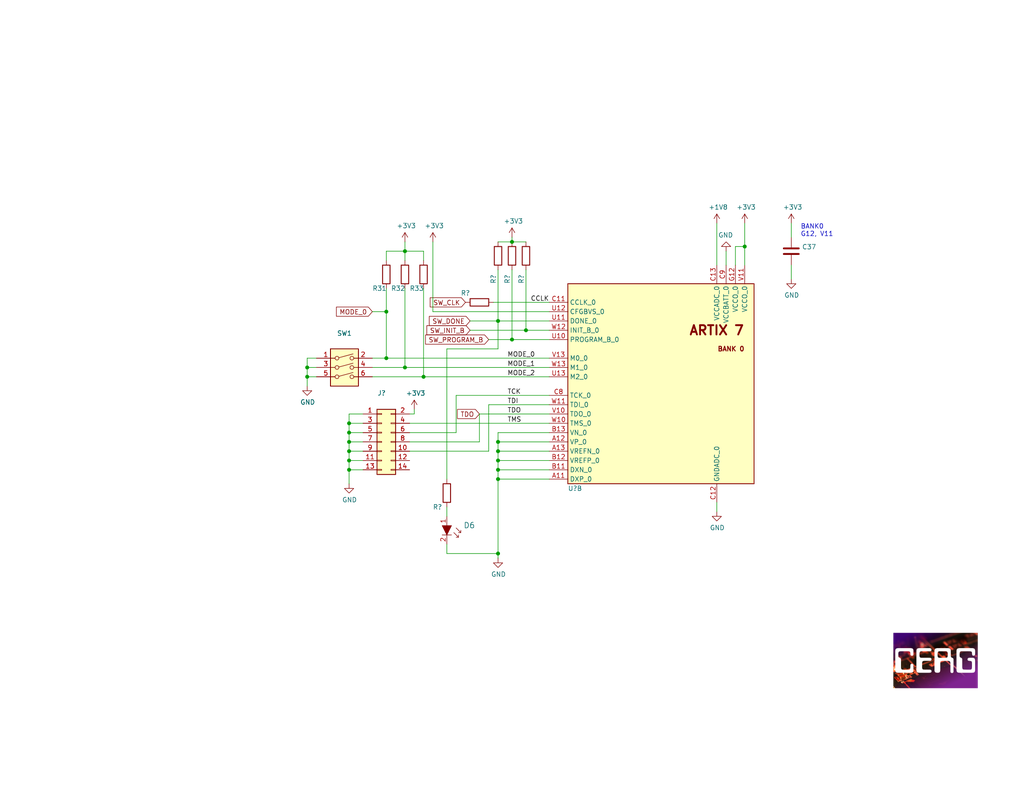
<source format=kicad_sch>
(kicad_sch (version 20211123) (generator eeschema)
  (paper "USLetter")
  (title_block (title "FOBOS ARTIX7-A12T-CPG238 DUT - FPGA Programming") (date "2020-07-28") (rev "1.0") (company "Cryptographic Engineering Research Group") (comment 1 "License: Apache License Version 2.0") (comment 2 "Copyright © Cryptographic Engineering Research Group") (comment 3 "Author: Jens-Peter Kaps, Eddie Ferrufino") (comment 4 "Project: FOBOS Artix-7 a12t DUT"))
  (lib_symbols
    (symbol "Connector_Generic:Conn_02x07_Odd_Even" (pin_names (offset 1.016) hide)
      (property "Reference" "J" (at 1.27 10.16 0))
      (property "Value" "Conn_02x07_Odd_Even" (at 1.27 -10.16 0))
      (symbol "Conn_02x07_Odd_Even_1_1"
        (rectangle (start -1.27 -7.493) (end 0 -7.747) (stroke (width 0.1524)))
        (rectangle (start -1.27 -4.953) (end 0 -5.207) (stroke (width 0.1524)))
        (rectangle (start -1.27 -2.413) (end 0 -2.667) (stroke (width 0.1524)))
        (rectangle (start -1.27 0.127) (end 0 -0.127) (stroke (width 0.1524)))
        (rectangle (start -1.27 2.667) (end 0 2.413) (stroke (width 0.1524)))
        (rectangle (start -1.27 5.207) (end 0 4.953) (stroke (width 0.1524)))
        (rectangle (start -1.27 7.747) (end 0 7.493) (stroke (width 0.1524)))
        (rectangle (start -1.27 8.89) (end 3.81 -8.89) (stroke (width 0.254)) (fill (type background)))
        (rectangle (start 3.81 -7.493) (end 2.54 -7.747) (stroke (width 0.1524)))
        (rectangle (start 3.81 -4.953) (end 2.54 -5.207) (stroke (width 0.1524)))
        (rectangle (start 3.81 -2.413) (end 2.54 -2.667) (stroke (width 0.1524)))
        (rectangle (start 3.81 0.127) (end 2.54 -0.127) (stroke (width 0.1524)))
        (rectangle (start 3.81 2.667) (end 2.54 2.413) (stroke (width 0.1524)))
        (rectangle (start 3.81 5.207) (end 2.54 4.953) (stroke (width 0.1524)))
        (rectangle (start 3.81 7.747) (end 2.54 7.493) (stroke (width 0.1524)))
        (pin passive line (at -5.08 7.62 0) (length 3.81) (name "Pin_1") (number "1"))
        (pin passive line (at 7.62 -2.54 180) (length 3.81) (name "Pin_10") (number "10"))
        (pin passive line (at -5.08 -5.08 0) (length 3.81) (name "Pin_11") (number "11"))
        (pin passive line (at 7.62 -5.08 180) (length 3.81) (name "Pin_12") (number "12"))
        (pin passive line (at -5.08 -7.62 0) (length 3.81) (name "Pin_13") (number "13"))
        (pin passive line (at 7.62 -7.62 180) (length 3.81) (name "Pin_14") (number "14"))
        (pin passive line (at 7.62 7.62 180) (length 3.81) (name "Pin_2") (number "2"))
        (pin passive line (at -5.08 5.08 0) (length 3.81) (name "Pin_3") (number "3"))
        (pin passive line (at 7.62 5.08 180) (length 3.81) (name "Pin_4") (number "4"))
        (pin passive line (at -5.08 2.54 0) (length 3.81) (name "Pin_5") (number "5"))
        (pin passive line (at 7.62 2.54 180) (length 3.81) (name "Pin_6") (number "6"))
        (pin passive line (at -5.08 0 0) (length 3.81) (name "Pin_7") (number "7"))
        (pin passive line (at 7.62 0 180) (length 3.81) (name "Pin_8") (number "8"))
        (pin passive line (at -5.08 -2.54 0) (length 3.81) (name "Pin_9") (number "9"))
      )
    )
    (symbol "Device:C" (pin_numbers hide) (pin_names (offset 0.254))
      (property "Reference" "C" (at 0.635 2.54 0))
      (property "Value" "C" (at 0.635 -2.54 0))
      (symbol "C_0_1"
        (polyline (pts (xy -2.032 -0.762) (xy 2.032 -0.762)) (stroke (width 0.508)))
        (polyline (pts (xy -2.032 0.762) (xy 2.032 0.762)) (stroke (width 0.508)))
      )
      (symbol "C_1_1"
        (pin passive line (at 0 3.81 270) (length 2.794) (name "~") (number "1"))
        (pin passive line (at 0 -3.81 90) (length 2.794) (name "~") (number "2"))
      )
    )
    (symbol "Device:R" (pin_numbers hide) (pin_names (offset 0))
      (property "Reference" "R" (at 2.032 0 90))
      (property "Value" "R" (at 0 0 90))
      (symbol "R_0_1"
        (rectangle (start -1.016 -2.54) (end 1.016 2.54) (stroke (width 0.254)))
      )
      (symbol "R_1_1"
        (pin passive line (at 0 3.81 270) (length 1.27) (name "~") (number "1"))
        (pin passive line (at 0 -3.81 90) (length 1.27) (name "~") (number "2"))
      )
    )
    (symbol "cerg:LG_L29K-G2J1-24-Z" (pin_names (offset 0))
      (property "Reference" "D" (at -5.08 3.81 0))
      (property "Value" "LG_L29K-G2J1-24-Z" (at 0 -3.81 0))
      (symbol "LG_L29K-G2J1-24-Z_0_1"
        (polyline (pts (xy -0.635 3.81) (xy -1.905 2.54)))
        (polyline (pts (xy 0 1.27) (xy 0 -1.27)))
        (polyline (pts (xy 0.635 3.175) (xy -0.635 1.905)))
        (polyline (pts (xy -1.27 3.81) (xy -0.635 3.81) (xy -0.635 3.175)))
        (polyline (pts (xy 0 3.175) (xy 0.635 3.175) (xy 0.635 2.54)))
        (polyline (pts (xy -2.54 1.27) (xy -2.54 -1.27) (xy 0 0) (xy -2.54 1.27)) (fill (type outline)))
      )
      (symbol "LG_L29K-G2J1-24-Z_1_1"
        (pin passive line (at -5.08 0 0) (length 2.54) (name "~") (number "1"))
        (pin passive line (at 2.54 0 180) (length 2.54) (name "~") (number "2"))
      )
    )
    (symbol "cerg:SW_DIP_x03" (pin_names (offset 0) hide)
      (property "Reference" "SW" (at 0 8.89 0))
      (property "Value" "SW_DIP_x03" (at 0 -3.81 0))
      (property "MPN" "DS04-254-2-03BK-SMT" (at 0 0 0))
      (symbol "SW_DIP_x03_0_0"
        (circle (center -2.032 0) (radius 0.508))
        (circle (center -2.032 2.54) (radius 0.508))
        (circle (center -2.032 5.08) (radius 0.508))
        (polyline (pts (xy -1.524 0.127) (xy 2.3622 1.1684)))
        (polyline (pts (xy -1.524 2.667) (xy 2.3622 3.7084)))
        (polyline (pts (xy -1.524 5.207) (xy 2.3622 6.2484)))
        (circle (center 2.032 0) (radius 0.508))
        (circle (center 2.032 2.54) (radius 0.508))
        (circle (center 2.032 5.08) (radius 0.508))
      )
      (symbol "SW_DIP_x03_0_1"
        (rectangle (start -3.81 7.62) (end 3.81 -2.54) (stroke (width 0.254)) (fill (type background)))
      )
      (symbol "SW_DIP_x03_1_1"
        (pin passive line (at -7.62 5.08 0) (length 5.08) (name "~") (number "1"))
        (pin passive line (at 7.62 5.08 180) (length 5.08) (name "~") (number "2"))
        (pin passive line (at -7.62 2.54 0) (length 5.08) (name "~") (number "3"))
        (pin passive line (at 7.62 2.54 180) (length 5.08) (name "~") (number "4"))
        (pin passive line (at -7.62 0 0) (length 5.08) (name "~") (number "5"))
        (pin passive line (at 7.62 0 180) (length 5.08) (name "~") (number "6"))
      )
    )
    (symbol "cerg:XC7A12T-CPG238"
      (property "Reference" "U" (at 5.08 7.62 0))
      (property "Value" "XC7A12T-CPG238" (at 5.08 5.08 0))
      (symbol "XC7A12T-CPG238_1_0"
        (text "ARTIX 7" (at 30.48 -10.16 0) (effects (font (size 2.54 2.54) bold)))
        (text "POWER" (at 30.48 -15.24 0) (effects (font (size 1.27 1.27) bold)))
        (pin power_in line (at 0 -31.75 0) (length 5.08) (name "GND") (number "A1"))
        (pin power_in line (at 66.04 -36.83 180) (length 5.08) (name "GND") (number "A19"))
        (pin power_in line (at 66.04 -31.75 180) (length 5.08) (name "GND") (number "A3"))
        (pin power_in line (at 0 -34.29 0) (length 5.08) (name "GND") (number "A5"))
        (pin power_in line (at 66.04 -34.29 180) (length 5.08) (name "GND") (number "A7"))
        (pin power_in line (at 0 -36.83 0) (length 5.08) (name "GND") (number "A9"))
        (pin bidirectional line (at 0 -20.32 0) (length 5.08) (name "MGTAVTT") (number "B1"))
        (pin power_in line (at 0 -44.45 0) (length 5.08) (name "GND") (number "B14"))
        (pin power_in line (at 0 -39.37 0) (length 5.08) (name "GND") (number "B3"))
        (pin power_in line (at 66.04 -39.37 180) (length 5.08) (name "GND") (number "B5"))
        (pin power_in line (at 0 -41.91 0) (length 5.08) (name "GND") (number "B7"))
        (pin power_in line (at 66.04 -41.91 180) (length 5.08) (name "GND") (number "B9"))
        (pin power_in line (at 0 -7.62 0) (length 5.08) (name "MGTAVCC") (number "C1"))
        (pin power_in line (at 66.04 -49.53 180) (length 5.08) (name "GND") (number "C10"))
        (pin power_in line (at 0 -52.07 0) (length 5.08) (name "GND") (number "C19"))
        (pin power_in line (at 66.04 -44.45 180) (length 5.08) (name "GND") (number "C2"))
        (pin power_in line (at 0 -46.99 0) (length 5.08) (name "GND") (number "C3"))
        (pin power_in line (at 66.04 -46.99 180) (length 5.08) (name "GND") (number "C4"))
        (pin bidirectional line (at 0 -22.86 0) (length 5.08) (name "MGTAVTT") (number "C5"))
        (pin power_in line (at 0 -49.53 0) (length 5.08) (name "GND") (number "C6"))
        (pin power_in line (at 66.04 -52.07 180) (length 5.08) (name "GND") (number "D3"))
        (pin power_in line (at 0 -10.16 0) (length 5.08) (name "MGTAVCC") (number "E1"))
        (pin bidirectional line (at 0 -17.78 0) (length 5.08) (name "MGTAVTT") (number "E2"))
        (pin power_in line (at 0 -54.61 0) (length 5.08) (name "GND") (number "E3"))
        (pin power_in line (at 66.04 -54.61 180) (length 5.08) (name "GND") (number "F1"))
        (pin power_in line (at 0 -59.69 0) (length 5.08) (name "GND") (number "F18"))
        (pin power_in line (at 0 -57.15 0) (length 5.08) (name "GND") (number "F2"))
        (pin power_in line (at 66.04 -57.15 180) (length 5.08) (name "GND") (number "F3"))
        (pin power_in line (at 66.04 0 180) (length 5.08) (name "VCCINT") (number "G10"))
        (pin power_in line (at 0 -62.23 0) (length 5.08) (name "GND") (number "G11"))
        (pin bidirectional line (at 0 -25.4 0) (length 5.08) (name "MGTAVTT") (number "G7"))
        (pin power_in line (at 66.04 -59.69 180) (length 5.08) (name "GND") (number "G8"))
        (pin power_in line (at 0 -12.7 0) (length 5.08) (name "MGTAVCC") (number "G9"))
        (pin power_in line (at 66.04 -2.54 180) (length 5.08) (name "VCCINT") (number "H10"))
        (pin power_in line (at 66.04 -64.77 180) (length 5.08) (name "GND") (number "H11"))
        (pin power_in line (at 0 -67.31 0) (length 5.08) (name "GND") (number "H12"))
        (pin power_in line (at 0 0 0) (length 5.08) (name "VCCAUX") (number "H13"))
        (pin power_in line (at 66.04 -62.23 180) (length 5.08) (name "GND") (number "H7"))
        (pin power_in line (at 0 -64.77 0) (length 5.08) (name "GND") (number "H8"))
        (pin power_in line (at 0 -15.24 0) (length 5.08) (name "MGTAVCC") (number "H9"))
        (pin power_in line (at 66.04 -5.08 180) (length 5.08) (name "VCCINT") (number "J10"))
        (pin power_in line (at 0 -72.39 0) (length 5.08) (name "GND") (number "J11"))
        (pin power_in line (at 66.04 -72.39 180) (length 5.08) (name "GND") (number "J12"))
        (pin power_in line (at 0 -2.54 0) (length 5.08) (name "VCCAUX") (number "J13"))
        (pin power_in line (at 0 -74.93 0) (length 5.08) (name "GND") (number "J18"))
        (pin power_in line (at 66.04 -67.31 180) (length 5.08) (name "GND") (number "J2"))
        (pin power_in line (at 0 -69.85 0) (length 5.08) (name "GND") (number "J8"))
        (pin power_in line (at 66.04 -69.85 180) (length 5.08) (name "GND") (number "J9"))
        (pin power_in line (at 66.04 -74.93 180) (length 5.08) (name "GND") (number "K8"))
        (pin power_in line (at 66.04 -7.62 180) (length 5.08) (name "VCCINT") (number "L10"))
        (pin power_in line (at 0 -80.01 0) (length 5.08) (name "GND") (number "L11"))
        (pin power_in line (at 0 -77.47 0) (length 5.08) (name "GND") (number "L8"))
        (pin power_in line (at 66.04 -77.47 180) (length 5.08) (name "GND") (number "L9"))
        (pin power_in line (at 66.04 -10.16 180) (length 5.08) (name "VCCINT") (number "M10"))
        (pin power_in line (at 66.04 -19.05 180) (length 5.08) (name "VCCBRAM") (number "M11"))
        (pin power_in line (at 66.04 -82.55 180) (length 5.08) (name "GND") (number "M18"))
        (pin power_in line (at 66.04 -80.01 180) (length 5.08) (name "GND") (number "M2"))
        (pin power_in line (at 0 -82.55 0) (length 5.08) (name "GND") (number "M9"))
        (pin power_in line (at 66.04 -12.7 180) (length 5.08) (name "VCCINT") (number "N10"))
        (pin power_in line (at 66.04 -16.51 180) (length 5.08) (name "VCCBRAM") (number "N11"))
        (pin power_in line (at 66.04 -85.09 180) (length 5.08) (name "GND") (number "N12"))
        (pin power_in line (at 0 -85.09 0) (length 5.08) (name "GND") (number "N9"))
        (pin power_in line (at 66.04 -87.63 180) (length 5.08) (name "GND") (number "R18"))
        (pin power_in line (at 0 -87.63 0) (length 5.08) (name "GND") (number "R2"))
        (pin power_in line (at 66.04 -92.71 180) (length 5.08) (name "GND") (number "V12"))
        (pin power_in line (at 0 -95.25 0) (length 5.08) (name "GND") (number "V15"))
        (pin power_in line (at 66.04 -95.25 180) (length 5.08) (name "GND") (number "V18"))
        (pin power_in line (at 0 -90.17 0) (length 5.08) (name "GND") (number "V2"))
        (pin power_in line (at 66.04 -90.17 180) (length 5.08) (name "GND") (number "V5"))
        (pin power_in line (at 0 -92.71 0) (length 5.08) (name "GND") (number "V8"))
        (pin power_in line (at 0 -97.79 0) (length 5.08) (name "GND") (number "W1"))
        (pin power_in line (at 66.04 -97.79 180) (length 5.08) (name "GND") (number "W19"))
      )
      (symbol "XC7A12T-CPG238_1_1"
        (rectangle (start 5.08 -100.33) (end 60.96 2.54) (stroke (width 0.254)) (fill (type background)))
      )
      (symbol "XC7A12T-CPG238_2_0"
        (text "ARTIX 7" (at 53.34 -10.16 0) (effects (font (size 2.54 2.54) bold) (justify right)))
        (text "BANK 0" (at 53.34 -15.24 0) (effects (font (size 1.27 1.27) bold) (justify right)))
        (pin bidirectional line (at 0 -50.8 0) (length 5.08) (name "DXP_0") (number "A11"))
        (pin bidirectional line (at 0 -40.64 0) (length 5.08) (name "VP_0") (number "A12"))
        (pin bidirectional line (at 0 -43.18 0) (length 5.08) (name "VREFN_0") (number "A13"))
        (pin bidirectional line (at 0 -48.26 0) (length 5.08) (name "DXN_0") (number "B11"))
        (pin bidirectional line (at 0 -45.72 0) (length 5.08) (name "VREFP_0") (number "B12"))
        (pin bidirectional line (at 0 -38.1 0) (length 5.08) (name "VN_0") (number "B13"))
        (pin bidirectional line (at 0 -2.54 0) (length 5.08) (name "CCLK_0") (number "C11"))
        (pin power_in line (at 45.72 -57.15 90) (length 5.08) (name "GNDADC_0") (number "C12"))
        (pin power_in line (at 45.72 7.62 270) (length 5.08) (name "VCCADC_0") (number "C13"))
        (pin bidirectional line (at 0 -27.94 0) (length 5.08) (name "TCK_0") (number "C8"))
        (pin power_in line (at 48.26 7.62 270) (length 5.08) (name "VCCBATT_0") (number "C9"))
        (pin power_in line (at 50.8 7.62 270) (length 5.08) (name "VCCO_0") (number "G12"))
        (pin bidirectional line (at 0 -12.7 0) (length 5.08) (name "PROGRAM_B_0") (number "U10"))
        (pin bidirectional line (at 0 -7.62 0) (length 5.08) (name "DONE_0") (number "U11"))
        (pin bidirectional line (at 0 -5.08 0) (length 5.08) (name "CFGBVS_0") (number "U12"))
        (pin bidirectional line (at 0 -22.86 0) (length 5.08) (name "M2_0") (number "U13"))
        (pin bidirectional line (at 0 -33.02 0) (length 5.08) (name "TDO_0") (number "V10"))
        (pin power_in line (at 53.34 7.62 270) (length 5.08) (name "VCCO_0") (number "V11"))
        (pin bidirectional line (at 0 -17.78 0) (length 5.08) (name "M0_0") (number "V13"))
        (pin bidirectional line (at 0 -35.56 0) (length 5.08) (name "TMS_0") (number "W10"))
        (pin bidirectional line (at 0 -30.48 0) (length 5.08) (name "TDI_0") (number "W11"))
        (pin bidirectional line (at 0 -10.16 0) (length 5.08) (name "INIT_B_0") (number "W12"))
        (pin bidirectional line (at 0 -20.32 0) (length 5.08) (name "M1_0") (number "W13"))
      )
      (symbol "XC7A12T-CPG238_2_1"
        (rectangle (start 5.08 -52.07) (end 55.88 2.54) (stroke (width 0.254)) (fill (type background)))
      )
      (symbol "XC7A12T-CPG238_3_0"
        (rectangle (start 5.08 2.54) (end 55.88 -127) (stroke (width 0.254)) (fill (type background)))
        (text "ARTIX 7" (at 53.34 -10.16 0) (effects (font (size 2.54 2.54) bold) (justify right)))
        (text "BANK 14" (at 53.34 -15.24 0) (effects (font (size 1.27 1.27) bold) (justify right)))
        (pin bidirectional line (at 0 0 0) (length 5.08) (name "IO_0_14") (number "D17"))
        (pin bidirectional line (at 0 -2.54 0) (length 5.08) (name "IO_L1P_T0_D00_MOSI_14") (number "D18"))
        (pin bidirectional line (at 0 -5.08 0) (length 5.08) (name "IO_L1N_T0_D01_DIN_14") (number "D19"))
        (pin bidirectional line (at 0 -12.7 0) (length 5.08) (name "IO_L3P_T0_DQS_PUDC_B_14") (number "E17"))
        (pin bidirectional line (at 0 -15.24 0) (length 5.08) (name "IO_L3N_T0_DQS_EMCCLK_14") (number "E18"))
        (pin bidirectional line (at 0 -7.62 0) (length 5.08) (name "IO_L2P_T0_D02_14") (number "E19"))
        (pin bidirectional line (at 0 -22.86 0) (length 5.08) (name "IO_L5P_T0_D06_14") (number "F17"))
        (pin bidirectional line (at 0 -10.16 0) (length 5.08) (name "IO_L2N_T0_D03_14") (number "F19"))
        (pin bidirectional line (at 0 -25.4 0) (length 5.08) (name "IO_L5N_T0_D07_14") (number "G17"))
        (pin bidirectional line (at 0 -17.78 0) (length 5.08) (name "IO_L4P_T0_D04_14") (number "G18"))
        (pin bidirectional line (at 0 -27.94 0) (length 5.08) (name "IO_L6P_T0_FCS_B_14") (number "G19"))
        (pin bidirectional line (at 0 -33.02 0) (length 5.08) (name "IO_L7P_T1_D09_14") (number "H17"))
        (pin bidirectional line (at 0 -20.32 0) (length 5.08) (name "IO_L4N_T0_D05_14") (number "H18"))
        (pin bidirectional line (at 0 -30.48 0) (length 5.08) (name "IO_L6N_T0_D08_VREF_14") (number "H19"))
        (pin bidirectional line (at 0 -35.56 0) (length 5.08) (name "IO_L7N_T1_D10_14") (number "J17"))
        (pin bidirectional line (at 0 -38.1 0) (length 5.08) (name "IO_L8P_T1_D11_14") (number "J19"))
        (pin power_in line (at 38.1 7.62 270) (length 5.08) (name "VCCO_14") (number "K12"))
        (pin power_in line (at 40.64 7.62 270) (length 5.08) (name "VCCO_14") (number "K13"))
        (pin bidirectional line (at 0 -58.42 0) (length 5.08) (name "IO_L12P_T1_MRCC_14") (number "K17"))
        (pin bidirectional line (at 0 -53.34 0) (length 5.08) (name "IO_L11P_T1_SRCC_14") (number "K18"))
        (pin bidirectional line (at 0 -40.64 0) (length 5.08) (name "IO_L8N_T1_D12_14") (number "K19"))
        (pin power_in line (at 43.18 7.62 270) (length 5.08) (name "VCCO_14") (number "L12"))
        (pin power_in line (at 45.72 7.62 270) (length 5.08) (name "VCCO_14") (number "L13"))
        (pin bidirectional line (at 0 -60.96 0) (length 5.08) (name "IO_L12N_T1_MRCC_14") (number "L17"))
        (pin bidirectional line (at 0 -55.88 0) (length 5.08) (name "IO_L11N_T1_SRCC_14") (number "L18"))
        (pin bidirectional line (at 0 -43.18 0) (length 5.08) (name "IO_L9P_T1_DQS_14") (number "L19"))
        (pin power_in line (at 48.26 7.62 270) (length 5.08) (name "VCCO_14") (number "M12"))
        (pin power_in line (at 50.8 7.62 270) (length 5.08) (name "VCCO_14") (number "M13"))
        (pin bidirectional line (at 0 -48.26 0) (length 5.08) (name "IO_L10P_T1_D14_14") (number "M17"))
        (pin bidirectional line (at 0 -45.72 0) (length 5.08) (name "IO_L9N_T1_DQS_D13_14") (number "M19"))
        (pin power_in line (at 53.34 7.62 270) (length 5.08) (name "VCCO_14") (number "N13"))
        (pin bidirectional line (at 0 -68.58 0) (length 5.08) (name "IO_L14P_T2_SRCC_14") (number "N17"))
        (pin bidirectional line (at 0 -50.8 0) (length 5.08) (name "IO_L10N_T1_D15_14") (number "N18"))
        (pin bidirectional line (at 0 -63.5 0) (length 5.08) (name "IO_L13P_T2_MRCC_14") (number "N19"))
        (pin bidirectional line (at 0 -83.82 0) (length 5.08) (name "IO_L17P_T2_A14_D30_14") (number "P17"))
        (pin bidirectional line (at 0 -71.12 0) (length 5.08) (name "IO_L14N_T2_SRCC_14") (number "P18"))
        (pin bidirectional line (at 0 -66.04 0) (length 5.08) (name "IO_L13N_T2_MRCC_14") (number "P19"))
        (pin bidirectional line (at 0 -86.36 0) (length 5.08) (name "IO_L17N_T2_A13_D29_14") (number "R17"))
        (pin bidirectional line (at 0 -73.66 0) (length 5.08) (name "IO_L15P_T2_DQS_RDWR_B_14") (number "R19"))
        (pin bidirectional line (at 0 -88.9 0) (length 5.08) (name "IO_L18P_T2_A12_D28_14") (number "T17"))
        (pin bidirectional line (at 0 -91.44 0) (length 5.08) (name "IO_L18N_T2_A11_D27_14") (number "T18"))
        (pin bidirectional line (at 0 -76.2 0) (length 5.08) (name "IO_L15N_T2_DQS_DOUT_CSO_B_14") (number "T19"))
        (pin bidirectional line (at 0 -124.46 0) (length 5.08) (name "IO_25_14") (number "U14"))
        (pin bidirectional line (at 0 -109.22 0) (length 5.08) (name "IO_L22P_T3_A05_D21_14") (number "U15"))
        (pin bidirectional line (at 0 -111.76 0) (length 5.08) (name "IO_L22N_T3_A04_D20_14") (number "U16"))
        (pin bidirectional line (at 0 -93.98 0) (length 5.08) (name "IO_L19P_T3_A10_D26_14") (number "U17"))
        (pin bidirectional line (at 0 -96.52 0) (length 5.08) (name "IO_L19N_T3_A09_D25_VREF_14") (number "U18"))
        (pin bidirectional line (at 0 -78.74 0) (length 5.08) (name "IO_L16P_T2_CSI_B_14") (number "U19"))
        (pin bidirectional line (at 0 -114.3 0) (length 5.08) (name "IO_L23P_T3_A03_D19_14") (number "V14"))
        (pin bidirectional line (at 0 -104.14 0) (length 5.08) (name "IO_L21P_T3_DQS_14") (number "V16"))
        (pin bidirectional line (at 0 -106.68 0) (length 5.08) (name "IO_L21N_T3_DQS_A06_D22_14") (number "V17"))
        (pin bidirectional line (at 0 -81.28 0) (length 5.08) (name "IO_L16N_T2_A15_D31_14") (number "V19"))
        (pin bidirectional line (at 0 -116.84 0) (length 5.08) (name "IO_L23N_T3_A02_D18_14") (number "W14"))
        (pin bidirectional line (at 0 -119.38 0) (length 5.08) (name "IO_L24P_T3_A01_D17_14") (number "W15"))
        (pin bidirectional line (at 0 -121.92 0) (length 5.08) (name "IO_L24N_T3_A00_D16_14") (number "W16"))
        (pin bidirectional line (at 0 -99.06 0) (length 5.08) (name "IO_L20P_T3_A08_D24_14") (number "W17"))
        (pin bidirectional line (at 0 -101.6 0) (length 5.08) (name "IO_L20N_T3_A07_D23_14") (number "W18"))
      )
      (symbol "XC7A12T-CPG238_4_0"
        (rectangle (start 5.08 2.54) (end 55.88 -30.48) (stroke (width 0.254)) (fill (type background)))
        (text "ARTIX 7" (at 53.34 -10.16 0) (effects (font (size 2.54 2.54) bold) (justify right)))
        (text "BANK 15" (at 53.34 -15.24 0) (effects (font (size 1.27 1.27) bold) (justify right)))
        (pin bidirectional line (at 0 -2.54 0) (length 5.08) (name "IO_L10P_T1_AD4P_15") (number "A14"))
        (pin bidirectional line (at 0 -5.08 0) (length 5.08) (name "IO_L10N_T1_AD4N_15") (number "A15"))
        (pin bidirectional line (at 0 -10.16 0) (length 5.08) (name "IO_L11N_T1_SRCC_AD12N_15") (number "A16"))
        (pin bidirectional line (at 0 0 0) (length 5.08) (name "IO_L6N_T0_VREF_15") (number "A17"))
        (pin bidirectional line (at 0 -25.4 0) (length 5.08) (name "IO_L14N_T2_SRCC_15") (number "A18"))
        (pin bidirectional line (at 0 -15.24 0) (length 5.08) (name "IO_L12N_T1_MRCC_AD5N_15") (number "B15"))
        (pin bidirectional line (at 0 -7.62 0) (length 5.08) (name "IO_L11P_T1_SRCC_AD12P_15") (number "B16"))
        (pin bidirectional line (at 0 -20.32 0) (length 5.08) (name "IO_L13N_T2_MRCC_15") (number "B17"))
        (pin bidirectional line (at 0 -22.86 0) (length 5.08) (name "IO_L14P_T2_SRCC_15") (number "B18"))
        (pin power_in line (at 45.72 7.62 270) (length 5.08) (name "VCCO_15") (number "B19"))
        (pin power_in line (at 48.26 7.62 270) (length 5.08) (name "VCCO_15") (number "C14"))
        (pin bidirectional line (at 0 -12.7 0) (length 5.08) (name "IO_L12P_T1_MRCC_AD5P_15") (number "C15"))
        (pin bidirectional line (at 0 -17.78 0) (length 5.08) (name "IO_L13P_T2_MRCC_15") (number "C16"))
        (pin bidirectional line (at 0 -27.94 0) (length 5.08) (name "IO_L19N_T3_A21_VREF_15") (number "C17"))
        (pin power_in line (at 50.8 7.62 270) (length 5.08) (name "VCCO_15") (number "C18"))
        (pin power_in line (at 53.34 7.62 270) (length 5.08) (name "VCCO_15") (number "G13"))
      )
      (symbol "XC7A12T-CPG238_5_0"
        (rectangle (start 5.08 2.54) (end 55.88 -127) (stroke (width 0.254)) (fill (type background)))
        (text "ARTIX 7" (at 53.34 -10.16 0) (effects (font (size 2.54 2.54) bold) (justify right)))
        (text "BANK 34" (at 53.34 -15.24 0) (effects (font (size 1.27 1.27) bold) (justify right)))
        (pin bidirectional line (at 0 -5.08 0) (length 5.08) (name "IO_L1N_T0_34") (number "G1"))
        (pin bidirectional line (at 0 -2.54 0) (length 5.08) (name "IO_L1P_T0_34") (number "G2"))
        (pin bidirectional line (at 0 0 0) (length 5.08) (name "IO_0_34") (number "G3"))
        (pin bidirectional line (at 0 -12.7 0) (length 5.08) (name "IO_L3P_T0_DQS_34") (number "H1"))
        (pin bidirectional line (at 0 -10.16 0) (length 5.08) (name "IO_L2N_T0_34") (number "H2"))
        (pin bidirectional line (at 0 -7.62 0) (length 5.08) (name "IO_L2P_T0_34") (number "H3"))
        (pin bidirectional line (at 0 -15.24 0) (length 5.08) (name "IO_L3N_T0_DQS_34") (number "J1"))
        (pin bidirectional line (at 0 -22.86 0) (length 5.08) (name "IO_L5P_T0_34") (number "J3"))
        (pin power_in line (at 38.1 7.62 270) (length 5.08) (name "VCCO_34") (number "J7"))
        (pin bidirectional line (at 0 -20.32 0) (length 5.08) (name "IO_L4N_T0_34") (number "K1"))
        (pin bidirectional line (at 0 -17.78 0) (length 5.08) (name "IO_L4P_T0_34") (number "K2"))
        (pin bidirectional line (at 0 -25.4 0) (length 5.08) (name "IO_L5N_T0_34") (number "K3"))
        (pin power_in line (at 40.64 7.62 270) (length 5.08) (name "VCCO_34") (number "K7"))
        (pin bidirectional line (at 0 -33.02 0) (length 5.08) (name "IO_L7P_T1_34") (number "L1"))
        (pin bidirectional line (at 0 -30.48 0) (length 5.08) (name "IO_L6N_T0_VREF_34") (number "L2"))
        (pin bidirectional line (at 0 -27.94 0) (length 5.08) (name "IO_L6P_T0_34") (number "L3"))
        (pin power_in line (at 43.18 7.62 270) (length 5.08) (name "VCCO_34") (number "L7"))
        (pin bidirectional line (at 0 -35.56 0) (length 5.08) (name "IO_L7N_T1_34") (number "M1"))
        (pin bidirectional line (at 0 -48.26 0) (length 5.08) (name "IO_L10P_T1_34") (number "M3"))
        (pin power_in line (at 45.72 7.62 270) (length 5.08) (name "VCCO_34") (number "M7"))
        (pin power_in line (at 48.26 7.62 270) (length 5.08) (name "VCCO_34") (number "M8"))
        (pin bidirectional line (at 0 -43.18 0) (length 5.08) (name "IO_L9P_T1_DQS_34") (number "N1"))
        (pin bidirectional line (at 0 -38.1 0) (length 5.08) (name "IO_L8P_T1_34") (number "N2"))
        (pin bidirectional line (at 0 -50.8 0) (length 5.08) (name "IO_L10N_T1_34") (number "N3"))
        (pin power_in line (at 50.8 7.62 270) (length 5.08) (name "VCCO_34") (number "N7"))
        (pin power_in line (at 53.34 7.62 270) (length 5.08) (name "VCCO_34") (number "N8"))
        (pin bidirectional line (at 0 -45.72 0) (length 5.08) (name "IO_L9N_T1_DQS_34") (number "P1"))
        (pin bidirectional line (at 0 -40.64 0) (length 5.08) (name "IO_L8N_T1_34") (number "P2"))
        (pin bidirectional line (at 0 -58.42 0) (length 5.08) (name "IO_L12P_T1_MRCC_34") (number "P3"))
        (pin bidirectional line (at 0 -53.34 0) (length 5.08) (name "IO_L11P_T1_SRCC_34") (number "R1"))
        (pin bidirectional line (at 0 -60.96 0) (length 5.08) (name "IO_L12N_T1_MRCC_34") (number "R3"))
        (pin bidirectional line (at 0 -55.88 0) (length 5.08) (name "IO_L11N_T1_SRCC_34") (number "T1"))
        (pin bidirectional line (at 0 -66.04 0) (length 5.08) (name "IO_L13N_T2_MRCC_34") (number "T2"))
        (pin bidirectional line (at 0 -63.5 0) (length 5.08) (name "IO_L13P_T2_MRCC_34") (number "T3"))
        (pin bidirectional line (at 0 -68.58 0) (length 5.08) (name "IO_L14P_T2_SRCC_34") (number "U1"))
        (pin bidirectional line (at 0 -76.2 0) (length 5.08) (name "IO_L15N_T2_DQS_34") (number "U2"))
        (pin bidirectional line (at 0 -73.66 0) (length 5.08) (name "IO_L15P_T2_DQS_34") (number "U3"))
        (pin bidirectional line (at 0 -78.74 0) (length 5.08) (name "IO_L16P_T2_34") (number "U4"))
        (pin bidirectional line (at 0 -96.52 0) (length 5.08) (name "IO_L19N_T3_VREF_34") (number "U5"))
        (pin bidirectional line (at 0 -93.98 0) (length 5.08) (name "IO_L19P_T3_34") (number "U6"))
        (pin bidirectional line (at 0 -104.14 0) (length 5.08) (name "IO_L21P_T3_DQS_34") (number "U7"))
        (pin bidirectional line (at 0 -111.76 0) (length 5.08) (name "IO_L22N_T3_34") (number "U8"))
        (pin bidirectional line (at 0 -109.22 0) (length 5.08) (name "IO_L22P_T3_34") (number "U9"))
        (pin bidirectional line (at 0 -71.12 0) (length 5.08) (name "IO_L14N_T2_SRCC_34") (number "V1"))
        (pin bidirectional line (at 0 -81.28 0) (length 5.08) (name "IO_L16N_T2_34") (number "V3"))
        (pin bidirectional line (at 0 -83.82 0) (length 5.08) (name "IO_L17P_T2_34") (number "V4"))
        (pin bidirectional line (at 0 -106.68 0) (length 5.08) (name "IO_L21N_T3_DQS_34") (number "V6"))
        (pin bidirectional line (at 0 -119.38 0) (length 5.08) (name "IO_L24P_T3_34") (number "V7"))
        (pin bidirectional line (at 0 -124.46 0) (length 5.08) (name "IO_25_34") (number "V9"))
        (pin bidirectional line (at 0 -91.44 0) (length 5.08) (name "IO_L18N_T2_34") (number "W2"))
        (pin bidirectional line (at 0 -88.9 0) (length 5.08) (name "IO_L18P_T2_34") (number "W3"))
        (pin bidirectional line (at 0 -86.36 0) (length 5.08) (name "IO_L17N_T2_34") (number "W4"))
        (pin bidirectional line (at 0 -101.6 0) (length 5.08) (name "IO_L20N_T3_34") (number "W5"))
        (pin bidirectional line (at 0 -99.06 0) (length 5.08) (name "IO_L20P_T3_34") (number "W6"))
        (pin bidirectional line (at 0 -121.92 0) (length 5.08) (name "IO_L24N_T3_34") (number "W7"))
        (pin bidirectional line (at 0 -116.84 0) (length 5.08) (name "IO_L23N_T3_34") (number "W8"))
        (pin bidirectional line (at 0 -114.3 0) (length 5.08) (name "IO_L23P_T3_34") (number "W9"))
      )
      (symbol "XC7A12T-CPG238_6_0"
        (rectangle (start 5.08 2.54) (end 55.88 -33.02) (stroke (width 0.254)) (fill (type background)))
        (text "ARTIX 7" (at 53.34 -10.16 0) (effects (font (size 2.54 2.54) bold) (justify right)))
        (text "BANK 216" (at 53.34 -15.24 0) (effects (font (size 1.27 1.27) bold) (justify right)))
        (pin bidirectional line (at 0 -25.4 0) (length 5.08) (name "MGTREFCLK1N_216") (number "A10"))
        (pin bidirectional line (at 0 -12.7 0) (length 5.08) (name "MGTPTXN1_216") (number "A2"))
        (pin bidirectional line (at 0 0 0) (length 5.08) (name "MGTPRXN0_216") (number "A4"))
        (pin bidirectional line (at 0 -2.54 0) (length 5.08) (name "MGTPRXN1_216") (number "A6"))
        (pin bidirectional line (at 0 -20.32 0) (length 5.08) (name "MGTREFCLK0N_216") (number "A8"))
        (pin bidirectional line (at 0 -27.94 0) (length 5.08) (name "MGTREFCLK1P_216") (number "B10"))
        (pin bidirectional line (at 0 -17.78 0) (length 5.08) (name "MGTPTXP1_216") (number "B2"))
        (pin bidirectional line (at 0 -5.08 0) (length 5.08) (name "MGTPRXP0_216") (number "B4"))
        (pin bidirectional line (at 0 -7.62 0) (length 5.08) (name "MGTPRXP1_216") (number "B6"))
        (pin bidirectional line (at 0 -22.86 0) (length 5.08) (name "MGTREFCLK0P_216") (number "B8"))
        (pin bidirectional line (at 0 -30.48 0) (length 5.08) (name "MGTRREF_216") (number "C7"))
        (pin bidirectional line (at 0 -10.16 0) (length 5.08) (name "MGTPTXN0_216") (number "D1"))
        (pin bidirectional line (at 0 -15.24 0) (length 5.08) (name "MGTPTXP0_216") (number "D2"))
      )
    )
    (symbol "power:+1V8" (power) (pin_names (offset 0))
      (property "Value" "+1V8" (at 0 3.556 0))
      (symbol "+1V8_0_1"
        (polyline (pts (xy -0.762 1.27) (xy 0 2.54)))
        (polyline (pts (xy 0 0) (xy 0 2.54)))
        (polyline (pts (xy 0 2.54) (xy 0.762 1.27)))
      )
      (symbol "+1V8_1_1"
        (pin power_in line (at 0 0 90) (length 0) hide (name "+1V8") (number "1"))
      )
    )
    (symbol "power:+3V3" (power) (pin_names (offset 0))
      (property "Value" "+3V3" (at 0 3.556 0))
      (symbol "+3V3_0_1"
        (polyline (pts (xy -0.762 1.27) (xy 0 2.54)))
        (polyline (pts (xy 0 0) (xy 0 2.54)))
        (polyline (pts (xy 0 2.54) (xy 0.762 1.27)))
      )
      (symbol "+3V3_1_1"
        (pin power_in line (at 0 0 90) (length 0) hide (name "+3V3") (number "1"))
      )
    )
    (symbol "power:GND" (power) (pin_names (offset 0))
      (property "Value" "GND" (at 0 -3.81 0))
      (symbol "GND_0_1"
        (polyline (pts (xy 0 0) (xy 0 -1.27) (xy 1.27 -1.27) (xy 0 -2.54) (xy -1.27 -1.27) (xy 0 -1.27)))
      )
      (symbol "GND_1_1"
        (pin power_in line (at 0 0 270) (length 0) hide (name "GND") (number "1"))
      )
    )
  )
  (junction (at 203.2 67.31))
  (junction (at 110.49 68.58))
  (junction (at 135.89 151.13))
  (junction (at 135.89 87.63))
  (junction (at 139.7 66.04))
  (junction (at 95.25 115.57))
  (junction (at 110.49 100.33))
  (junction (at 135.89 130.81))
  (junction (at 95.25 125.73))
  (junction (at 135.89 120.65))
  (junction (at 143.51 90.17))
  (junction (at 105.41 97.79))
  (junction (at 115.57 102.87))
  (junction (at 135.89 123.19))
  (junction (at 95.25 120.65))
  (junction (at 135.89 128.27))
  (junction (at 105.41 85.09))
  (junction (at 95.25 118.11))
  (junction (at 83.82 100.33))
  (junction (at 135.89 125.73))
  (junction (at 95.25 123.19))
  (junction (at 95.25 128.27))
  (junction (at 83.82 102.87))
  (junction (at 139.7 92.71))
  (wire (pts (xy 215.9 72.39) (xy 215.9 76.2)))
  (wire (pts (xy 139.7 92.71) (xy 149.86 92.71)))
  (wire (pts (xy 135.89 118.11) (xy 135.89 120.65)))
  (wire (pts (xy 203.2 67.31) (xy 203.2 60.96)))
  (wire (pts (xy 135.89 87.63) (xy 149.86 87.63)))
  (wire (pts (xy 149.86 120.65) (xy 135.89 120.65)))
  (wire (pts (xy 121.92 151.13) (xy 135.89 151.13)))
  (wire (pts (xy 115.57 78.74) (xy 115.57 102.87)))
  (wire (pts (xy 200.66 72.39) (xy 200.66 67.31)))
  (wire (pts (xy 135.89 123.19) (xy 135.89 125.73)))
  (wire (pts (xy 95.25 128.27) (xy 99.06 128.27)))
  (wire (pts (xy 134.62 82.55) (xy 149.86 82.55)))
  (wire (pts (xy 124.46 118.11) (xy 124.46 107.95)))
  (wire (pts (xy 95.25 128.27) (xy 95.25 125.73)))
  (wire (pts (xy 110.49 68.58) (xy 110.49 71.12)))
  (wire (pts (xy 110.49 100.33) (xy 149.86 100.33)))
  (wire (pts (xy 139.7 92.71) (xy 139.7 73.66)))
  (wire (pts (xy 83.82 100.33) (xy 83.82 97.79)))
  (wire (pts (xy 118.11 85.09) (xy 118.11 66.04)))
  (wire (pts (xy 135.89 73.66) (xy 135.89 87.63)))
  (wire (pts (xy 133.35 110.49) (xy 149.86 110.49)))
  (wire (pts (xy 195.58 137.16) (xy 195.58 139.7)))
  (wire (pts (xy 83.82 102.87) (xy 86.36 102.87)))
  (wire (pts (xy 115.57 68.58) (xy 110.49 68.58)))
  (wire (pts (xy 118.11 85.09) (xy 149.86 85.09)))
  (wire (pts (xy 105.41 78.74) (xy 105.41 85.09)))
  (wire (pts (xy 110.49 66.04) (xy 110.49 68.58)))
  (wire (pts (xy 143.51 90.17) (xy 149.86 90.17)))
  (wire (pts (xy 149.86 128.27) (xy 135.89 128.27)))
  (wire (pts (xy 121.92 148.59) (xy 121.92 151.13)))
  (wire (pts (xy 135.89 118.11) (xy 149.86 118.11)))
  (wire (pts (xy 143.51 66.04) (xy 139.7 66.04)))
  (wire (pts (xy 143.51 73.66) (xy 143.51 90.17)))
  (wire (pts (xy 110.49 78.74) (xy 110.49 100.33)))
  (wire (pts (xy 95.25 120.65) (xy 99.06 120.65)))
  (wire (pts (xy 115.57 102.87) (xy 149.86 102.87)))
  (wire (pts (xy 133.35 123.19) (xy 111.76 123.19)))
  (wire (pts (xy 95.25 113.03) (xy 99.06 113.03)))
  (wire (pts (xy 135.89 66.04) (xy 139.7 66.04)))
  (wire (pts (xy 95.25 125.73) (xy 95.25 123.19)))
  (wire (pts (xy 95.25 118.11) (xy 99.06 118.11)))
  (wire (pts (xy 130.81 120.65) (xy 111.76 120.65)))
  (wire (pts (xy 101.6 85.09) (xy 105.41 85.09)))
  (wire (pts (xy 135.89 130.81) (xy 135.89 151.13)))
  (wire (pts (xy 135.89 87.63) (xy 135.89 95.25)))
  (wire (pts (xy 111.76 115.57) (xy 149.86 115.57)))
  (wire (pts (xy 121.92 95.25) (xy 121.92 130.81)))
  (wire (pts (xy 139.7 92.71) (xy 133.35 92.71)))
  (wire (pts (xy 101.6 97.79) (xy 105.41 97.79)))
  (wire (pts (xy 95.25 123.19) (xy 95.25 120.65)))
  (wire (pts (xy 95.25 115.57) (xy 95.25 113.03)))
  (wire (pts (xy 95.25 115.57) (xy 99.06 115.57)))
  (wire (pts (xy 95.25 125.73) (xy 99.06 125.73)))
  (wire (pts (xy 135.89 125.73) (xy 135.89 128.27)))
  (wire (pts (xy 149.86 123.19) (xy 135.89 123.19)))
  (wire (pts (xy 113.03 113.03) (xy 113.03 111.76)))
  (wire (pts (xy 111.76 113.03) (xy 113.03 113.03)))
  (wire (pts (xy 130.81 120.65) (xy 130.81 113.03)))
  (wire (pts (xy 135.89 95.25) (xy 121.92 95.25)))
  (wire (pts (xy 135.89 120.65) (xy 135.89 123.19)))
  (wire (pts (xy 95.25 120.65) (xy 95.25 118.11)))
  (wire (pts (xy 130.81 113.03) (xy 149.86 113.03)))
  (wire (pts (xy 83.82 97.79) (xy 86.36 97.79)))
  (wire (pts (xy 203.2 72.39) (xy 203.2 67.31)))
  (wire (pts (xy 135.89 151.13) (xy 135.89 152.4)))
  (wire (pts (xy 149.86 130.81) (xy 135.89 130.81)))
  (wire (pts (xy 105.41 85.09) (xy 105.41 97.79)))
  (wire (pts (xy 198.12 72.39) (xy 198.12 68.58)))
  (wire (pts (xy 139.7 64.77) (xy 139.7 66.04)))
  (wire (pts (xy 101.6 102.87) (xy 115.57 102.87)))
  (wire (pts (xy 95.25 118.11) (xy 95.25 115.57)))
  (wire (pts (xy 83.82 102.87) (xy 83.82 100.33)))
  (wire (pts (xy 124.46 107.95) (xy 149.86 107.95)))
  (wire (pts (xy 124.46 118.11) (xy 111.76 118.11)))
  (wire (pts (xy 105.41 68.58) (xy 110.49 68.58)))
  (wire (pts (xy 95.25 132.08) (xy 95.25 128.27)))
  (wire (pts (xy 83.82 105.41) (xy 83.82 102.87)))
  (wire (pts (xy 83.82 100.33) (xy 86.36 100.33)))
  (wire (pts (xy 105.41 97.79) (xy 149.86 97.79)))
  (wire (pts (xy 135.89 128.27) (xy 135.89 130.81)))
  (wire (pts (xy 133.35 123.19) (xy 133.35 110.49)))
  (wire (pts (xy 115.57 71.12) (xy 115.57 68.58)))
  (wire (pts (xy 101.6 100.33) (xy 110.49 100.33)))
  (wire (pts (xy 121.92 140.97) (xy 121.92 138.43)))
  (wire (pts (xy 149.86 125.73) (xy 135.89 125.73)))
  (wire (pts (xy 105.41 71.12) (xy 105.41 68.58)))
  (wire (pts (xy 135.89 87.63) (xy 128.27 87.63)))
  (wire (pts (xy 195.58 60.96) (xy 195.58 72.39)))
  (wire (pts (xy 215.9 60.96) (xy 215.9 64.77)))
  (wire (pts (xy 95.25 123.19) (xy 99.06 123.19)))
  (wire (pts (xy 200.66 67.31) (xy 203.2 67.31)))
  (wire (pts (xy 143.51 90.17) (xy 128.27 90.17)))
  (image (at 255.27 180.34) (scale 0.85))
  (text "BANK0\nG12, V11" (at 218.44 64.77 0) (effects (font (size 1.27 1.27)) (justify left bottom)))
  (label "MODE_2" (at 138.43 102.87 0))
  (label "MODE_1" (at 138.43 100.33 0))
  (label "MODE_0" (at 138.43 97.79 0))
  (label "TDO" (at 138.43 113.03 0))
  (label "TDI" (at 138.43 110.49 0))
  (label "TMS" (at 138.43 115.57 0))
  (label "CCLK" (at 144.78 82.55 0))
  (label "TCK" (at 138.43 107.95 0))
  (global_label "SW_PROGRAM_B" (shape input) (at 133.35 92.71 180) (property "Intersheet References" "${INTERSHEET_REFS}" (effects hide)))
  (global_label "SW_INIT_B" (shape input) (at 128.27 90.17 180) (property "Intersheet References" "${INTERSHEET_REFS}" (effects hide)))
  (global_label "TDO" (shape input) (at 130.81 113.03 180) (property "Intersheet References" "${INTERSHEET_REFS}" (effects hide)))
  (global_label "SW_DONE" (shape input) (at 128.27 87.63 180) (property "Intersheet References" "${INTERSHEET_REFS}" (effects hide)))
  (global_label "SW_CLK" (shape input) (at 127 82.55 180) (property "Intersheet References" "${INTERSHEET_REFS}" (effects hide)))
  (global_label "MODE_0" (shape input) (at 101.6 85.09 180) (property "Intersheet References" "${INTERSHEET_REFS}" (effects hide)))
  (symbol (lib_id "power:GND") (at 83.82 105.41 0) (unit 1)
    (property "Reference" "#PWR0129" (effects hide))
  )
  (symbol (lib_id "Device:R") (at 115.57 74.93 0) (unit 1)
    (property "Reference" "R33" (at 111.76 78.74 0) (effects (justify left)))
    (property "Description" "RES SMD 4.7K OHM 5% 1/10W 0603" (effects hide))
    (property "MPN" "ERJ-3GEYJ472V" (effects hide))
    (property "Manufacturer" "Panasonic Electronic Components" (effects hide))
  )
  (symbol (lib_id "Device:R") (at 110.49 74.93 0) (unit 1)
    (property "Reference" "R32" (at 106.68 78.74 0) (effects (justify left)))
    (property "Description" "RES SMD 4.7K OHM 5% 1/10W 0603" (effects hide))
    (property "MPN" "ERJ-3GEYJ472V" (effects hide))
    (property "Manufacturer" "Panasonic Electronic Components" (effects hide))
  )
  (symbol (lib_id "Device:R") (at 105.41 74.93 0) (unit 1)
    (property "Reference" "R31" (at 101.6 78.74 0) (effects (justify left)))
    (property "Description" "RES SMD 4.7K OHM 5% 1/10W 0603" (effects hide))
    (property "MPN" "ERJ-3GEYJ472V" (effects hide))
    (property "Manufacturer" "Panasonic Electronic Components" (effects hide))
  )
  (symbol (lib_id "power:GND") (at 95.25 132.08 0) (unit 1)
    (property "Reference" "#PWR0131" (effects hide))
  )
  (symbol (lib_id "cerg:SW_DIP_x03") (at 93.98 102.87 0) (unit 1)
    (property "Reference" "SW1" (at 93.98 91.0082 0))
    (property "Datasheet" "https://www.cuidevices.com/product/resource/ds04-254-smt.pdf" (effects hide))
    (property "MPN" "DS04-254-2-03BK-SMT" (effects hide))
    (property "Description" "DIP SWITCH, SPST, 2.54 PITCH, FL" (effects hide))
    (property "Manufacturer" "CUI Devices" (effects hide))
  )
  (symbol (lib_id "power:GND") (at 198.12 68.58 180) (unit 1)
    (property "Reference" "#PWR037" (effects hide))
  )
  (symbol (lib_id "power:GND") (at 195.58 139.7 0) (unit 1)
    (property "Reference" "#PWR038" (effects hide))
  )
  (symbol (lib_id "Device:R") (at 139.7 69.85 180) (unit 1)
    (property "Reference" "R?" (at 138.43 76.2 90))
    (property "Description" "RES SMD 4.7K OHM 5% 1/10W 0603" (effects hide))
    (property "MPN" "ERJ-3GEYJ472V" (effects hide))
    (property "Manufacturer" "Panasonic Electronic Components" (effects hide))
  )
  (symbol (lib_id "Connector_Generic:Conn_02x07_Odd_Even") (at 104.14 120.65 0) (unit 1)
    (property "Reference" "J?" (at 104.14 107.315 0))
    (property "Datasheet" "https://www.molex.com/pdm_docs/sd/878322620_sd.pdf" (effects hide))
    (property "Digi-Key_PN" "WM18641-ND" (effects hide))
    (property "MPN" "0878321420" (effects hide))
    (property "Category" "Connectors, Interconnects" (effects hide))
    (property "Family" "Rectangular Connectors - Headers, Male Pins" (effects hide))
    (property "DK_Datasheet_Link" "https://www.molex.com/pdm_docs/sd/878322620_sd.pdf" (effects hide))
    (property "DK_Detail_Page" "/product-detail/en/molex/0878321420/WM18641-ND/662451" (effects hide))
    (property "Description" "CONN HEADER SMD 14POS 2MM" (effects hide))
    (property "Manufacturer" "Molex" (effects hide))
    (property "Status" "Active" (effects hide))
  )
  (symbol (lib_id "power:GND") (at 135.89 152.4 0) (unit 1)
    (property "Reference" "#PWR0139" (effects hide))
  )
  (symbol (lib_id "Device:R") (at 135.89 69.85 180) (unit 1)
    (property "Reference" "R?" (at 134.62 76.2 90))
    (property "Description" "RES SMD 200 OHM 0.5% 1/10W 0603" (effects hide))
    (property "MPN" "ERA-3AED201V" (effects hide))
    (property "Manufacturer" "Panasonic Electronic Components" (effects hide))
  )
  (symbol (lib_id "Device:R") (at 143.51 69.85 180) (unit 1)
    (property "Reference" "R?" (at 142.24 76.2 90))
    (property "Description" "RES SMD 4.7K OHM 5% 1/10W 0603" (effects hide))
    (property "MPN" "ERJ-3GEYJ472V" (effects hide))
    (property "Manufacturer" "Panasonic Electronic Components" (effects hide))
  )
  (symbol (lib_id "Device:R") (at 130.81 82.55 90) (unit 1)
    (property "Reference" "R?" (at 127 80.01 90))
    (property "Description" "RES 0 OHM JUMPER 1/10W 0603" (effects hide))
    (property "MPN" "RMCF0603ZT0R00" (effects hide))
    (property "Manufacturer" "Stackpole Electronics Inc" (effects hide))
  )
  (symbol (lib_id "power:+3V3") (at 113.03 111.76 0) (unit 1)
    (property "Reference" "#PWR0141" (effects hide))
  )
  (symbol (lib_id "power:+3V3") (at 203.2 60.96 0) (unit 1)
    (property "Reference" "#PWR0142" (effects hide))
  )
  (symbol (lib_id "power:+3V3") (at 110.49 66.04 0) (unit 1)
    (property "Reference" "#PWR0143" (effects hide))
  )
  (symbol (lib_id "power:+3V3") (at 139.7 64.77 0) (unit 1)
    (property "Reference" "#PWR0144" (effects hide))
  )
  (symbol (lib_id "power:+1V8") (at 195.58 60.96 0) (unit 1)
    (property "Reference" "#PWR0148" (effects hide))
  )
  (symbol (lib_id "Device:R") (at 121.92 134.62 180) (unit 1)
    (property "Reference" "R?" (at 119.38 138.43 0))
    (property "Description" "RES SMD 200 OHM 0.5% 1/10W 0603" (effects hide))
    (property "MPN" "ERA-3AED201V" (effects hide))
    (property "Manufacturer" "Panasonic Electronic Components" (effects hide))
  )
  (symbol (lib_id "cerg:LG_L29K-G2J1-24-Z") (at 121.92 146.05 270) (unit 1)
    (property "Reference" "D6" (at 126.4412 143.4338 90) (effects (font (size 1.524 1.524)) (justify left)))
    (property "Datasheet" "https://dammedia.osram.info/media/resource/hires/osram-dam-2493945/LG%20L29K.pdf" (effects hide))
    (property "Digi-Key_PN" "475-2709-1-ND" (effects hide))
    (property "MPN" "LG L29K-G2J1-24-Z" (effects hide))
    (property "Category" "Optoelectronics" (effects hide))
    (property "Family" "LED Indication - Discrete" (effects hide))
    (property "DK_Datasheet_Link" "https://dammedia.osram.info/media/resource/hires/osram-dam-2493945/LG%20L29K.pdf" (effects hide))
    (property "DK_Detail_Page" "/product-detail/en/osram-opto-semiconductors-inc/LG-L29K-G2J1-24-Z/475-2709-1-ND/1938876" (effects hide))
    (property "Description" "LED GREEN DIFFUSED 0603 SMD" (effects hide))
    (property "Manufacturer" "OSRAM Opto Semiconductors Inc." (effects hide))
    (property "Status" "Active" (effects hide))
  )
  (symbol (lib_id "cerg:XC7A12T-CPG238") (at 149.86 80.01 0) (unit 2)
    (property "Reference" "U?" (at 154.94 133.35 0) (effects (justify left)))
  )
  (symbol (lib_id "Device:C") (at 215.9 68.58 0) (unit 1)
    (property "Reference" "C37" (at 218.821 67.4116 0) (effects (justify left)))
    (property "Description" "CAP CER 47UF 6.3V X5R 0603" (effects hide))
    (property "MPN" "06036D476MAT2A" (effects hide))
    (property "Manufacturer" "AVX Corporation" (effects hide))
  )
  (symbol (lib_id "power:GND") (at 215.9 76.2 0) (unit 1)
    (property "Reference" "#PWR032" (effects hide))
  )
  (symbol (lib_id "power:+3V3") (at 215.9 60.96 0) (unit 1)
    (property "Reference" "#PWR027" (effects hide))
  )
  (symbol (lib_id "power:+3V3") (at 118.11 66.04 0) (unit 1)
    (property "Reference" "#PWR057" (effects hide))
  )
)
</source>
